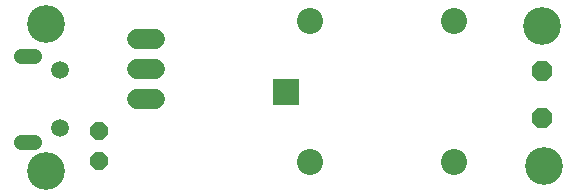
<source format=gbr>
G04 EAGLE Gerber RS-274X export*
G75*
%MOMM*%
%FSLAX34Y34*%
%LPD*%
%INSoldermask Bottom*%
%IPPOS*%
%AMOC8*
5,1,8,0,0,1.08239X$1,22.5*%
G01*
%ADD10C,1.703200*%
%ADD11C,3.203200*%
%ADD12P,1.869504X8X22.500000*%
%ADD13C,1.270000*%
%ADD14C,1.511200*%
%ADD15P,1.649562X8X292.500000*%
%ADD16R,2.203200X2.203200*%
%ADD17C,2.203200*%
%ADD18C,1.727200*%


D10*
X490200Y398600D03*
X490100Y358800D03*
D11*
X70200Y438600D03*
X70200Y313600D03*
X491900Y318300D03*
X490400Y437000D03*
D12*
X490200Y398800D03*
X490200Y358800D03*
D13*
X60588Y411250D02*
X49412Y411250D01*
X49412Y338750D02*
X60588Y338750D01*
D14*
X82300Y399250D03*
X82300Y350750D03*
D15*
X115000Y347700D03*
X115000Y322300D03*
D16*
X273500Y381200D03*
D17*
X415500Y441200D03*
X415500Y321200D03*
X293500Y441200D03*
X293500Y321200D03*
D18*
X162620Y425400D02*
X147380Y425400D01*
X147380Y400000D02*
X162620Y400000D01*
X162620Y374600D02*
X147380Y374600D01*
M02*

</source>
